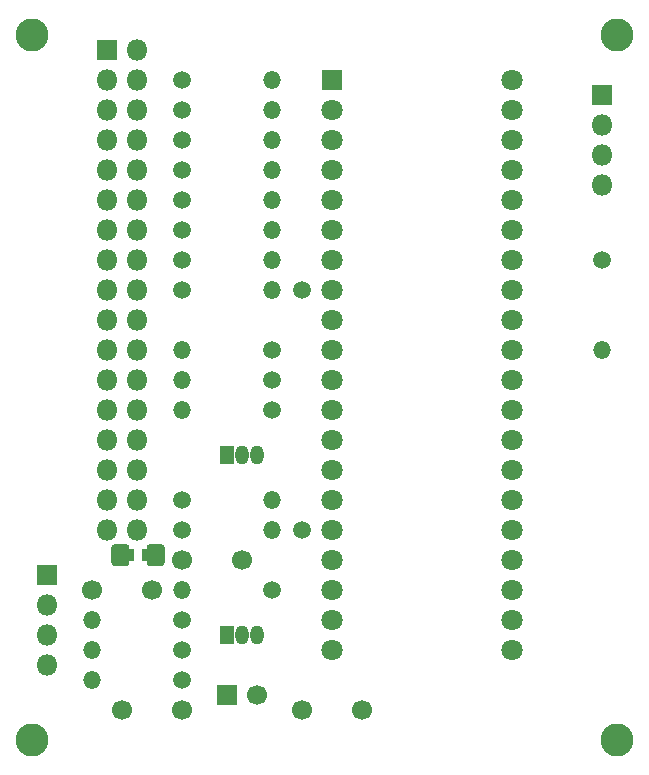
<source format=gbr>
%TF.GenerationSoftware,KiCad,Pcbnew,(5.1.6)-1*%
%TF.CreationDate,2021-11-05T07:23:51-03:00*%
%TF.ProjectId,PS2-MSX-F1,5053322d-4d53-4582-9d46-312e6b696361,rev?*%
%TF.SameCoordinates,Original*%
%TF.FileFunction,Soldermask,Bot*%
%TF.FilePolarity,Negative*%
%FSLAX46Y46*%
G04 Gerber Fmt 4.6, Leading zero omitted, Abs format (unit mm)*
G04 Created by KiCad (PCBNEW (5.1.6)-1) date 2021-11-05 07:23:51*
%MOMM*%
%LPD*%
G01*
G04 APERTURE LIST*
%ADD10C,1.700000*%
%ADD11R,1.700000X1.700000*%
%ADD12R,0.550000X1.050000*%
%ADD13O,1.500000X1.500000*%
%ADD14C,1.500000*%
%ADD15O,1.800000X1.800000*%
%ADD16R,1.800000X1.800000*%
%ADD17C,1.800000*%
%ADD18R,1.150000X1.600000*%
%ADD19O,1.150000X1.600000*%
%ADD20C,2.800000*%
G04 APERTURE END LIST*
D10*
%TO.C,C4*%
X146010000Y-130810000D03*
D11*
X143510000Y-130810000D03*
%TD*%
D12*
%TO.C,F1*%
X135399780Y-118968520D03*
X136545320Y-118968520D03*
G36*
G01*
X135248820Y-118308523D02*
X135248820Y-119623437D01*
G75*
G02*
X134981277Y-119890980I-267543J0D01*
G01*
X133991363Y-119890980D01*
G75*
G02*
X133723820Y-119623437I0J267543D01*
G01*
X133723820Y-118308523D01*
G75*
G02*
X133991363Y-118040980I267543J0D01*
G01*
X134981277Y-118040980D01*
G75*
G02*
X135248820Y-118308523I0J-267543D01*
G01*
G37*
G36*
G01*
X138223820Y-118308523D02*
X138223820Y-119623437D01*
G75*
G02*
X137956277Y-119890980I-267543J0D01*
G01*
X136966363Y-119890980D01*
G75*
G02*
X136698820Y-119623437I0J267543D01*
G01*
X136698820Y-118308523D01*
G75*
G02*
X136966363Y-118040980I267543J0D01*
G01*
X137956277Y-118040980D01*
G75*
G02*
X138223820Y-118308523I0J-267543D01*
G01*
G37*
%TD*%
D13*
%TO.C,R15*%
X139700000Y-121920000D03*
D14*
X147320000Y-121920000D03*
%TD*%
D13*
%TO.C,R14*%
X147320000Y-116840000D03*
D14*
X139700000Y-116840000D03*
%TD*%
D15*
%TO.C,J1*%
X135890000Y-116840000D03*
X133350000Y-116840000D03*
X135890000Y-114300000D03*
X133350000Y-114300000D03*
X135890000Y-111760000D03*
X133350000Y-111760000D03*
X135890000Y-109220000D03*
X133350000Y-109220000D03*
X135890000Y-106680000D03*
X133350000Y-106680000D03*
X135890000Y-104140000D03*
X133350000Y-104140000D03*
X135890000Y-101600000D03*
X133350000Y-101600000D03*
X135890000Y-99060000D03*
X133350000Y-99060000D03*
X135890000Y-96520000D03*
X133350000Y-96520000D03*
X135890000Y-93980000D03*
X133350000Y-93980000D03*
X135890000Y-91440000D03*
X133350000Y-91440000D03*
X135890000Y-88900000D03*
X133350000Y-88900000D03*
X135890000Y-86360000D03*
X133350000Y-86360000D03*
X135890000Y-83820000D03*
X133350000Y-83820000D03*
X135890000Y-81280000D03*
X133350000Y-81280000D03*
X135890000Y-78740000D03*
X133350000Y-78740000D03*
X135890000Y-76200000D03*
D16*
X133350000Y-76200000D03*
%TD*%
D17*
%TO.C,U1*%
X152400000Y-127000000D03*
X167640000Y-127000000D03*
X152400000Y-124460000D03*
X167640000Y-124460000D03*
X152400000Y-121920000D03*
X167640000Y-121920000D03*
X152400000Y-119380000D03*
X167640000Y-119380000D03*
X152400000Y-116840000D03*
X167640000Y-116840000D03*
X152400000Y-114300000D03*
X167640000Y-114300000D03*
X152400000Y-111760000D03*
X167640000Y-111760000D03*
X152400000Y-109220000D03*
X167640000Y-109220000D03*
X152400000Y-106680000D03*
X167640000Y-106680000D03*
X152400000Y-104140000D03*
X167640000Y-104140000D03*
X152400000Y-101600000D03*
X167640000Y-101600000D03*
X152400000Y-99060000D03*
X167640000Y-99060000D03*
X152400000Y-96520000D03*
X167640000Y-96520000D03*
X152400000Y-93980000D03*
X167640000Y-93980000D03*
X152400000Y-91440000D03*
X167640000Y-91440000D03*
X152400000Y-88900000D03*
X167640000Y-88900000D03*
X152400000Y-86360000D03*
X167640000Y-86360000D03*
X152400000Y-83820000D03*
X167640000Y-83820000D03*
X152400000Y-81280000D03*
X167640000Y-81280000D03*
D16*
X152400000Y-78740000D03*
D17*
X167640000Y-78740000D03*
%TD*%
D18*
%TO.C,Q2*%
X143510000Y-125730000D03*
D19*
X146050000Y-125730000D03*
X144780000Y-125730000D03*
%TD*%
D18*
%TO.C,Q1*%
X143510000Y-110490000D03*
D19*
X146050000Y-110490000D03*
X144780000Y-110490000D03*
%TD*%
D14*
%TO.C,JP1*%
X149860000Y-96520000D03*
X149860000Y-116840000D03*
%TD*%
D15*
%TO.C,J2*%
X175260000Y-87630000D03*
X175260000Y-85090000D03*
X175260000Y-82550000D03*
D16*
X175260000Y-80010000D03*
%TD*%
D10*
%TO.C,C1*%
X144780000Y-119380000D03*
X139700000Y-119380000D03*
%TD*%
%TO.C,C5*%
X149860000Y-132080000D03*
X154940000Y-132080000D03*
%TD*%
%TO.C,C3*%
X134620000Y-132080000D03*
X139700000Y-132080000D03*
%TD*%
%TO.C,C2*%
X137160000Y-121920000D03*
X132080000Y-121920000D03*
%TD*%
D13*
%TO.C,R8*%
X147320000Y-96520000D03*
D14*
X139700000Y-96520000D03*
%TD*%
D13*
%TO.C,R7*%
X147320000Y-93980000D03*
D14*
X139700000Y-93980000D03*
%TD*%
D13*
%TO.C,R6*%
X147320000Y-91440000D03*
D14*
X139700000Y-91440000D03*
%TD*%
D13*
%TO.C,R5*%
X147320000Y-88900000D03*
D14*
X139700000Y-88900000D03*
%TD*%
D13*
%TO.C,R4*%
X147320000Y-86360000D03*
D14*
X139700000Y-86360000D03*
%TD*%
D13*
%TO.C,R3*%
X147320000Y-83820000D03*
D14*
X139700000Y-83820000D03*
%TD*%
D13*
%TO.C,R2*%
X147320000Y-81280000D03*
D14*
X139700000Y-81280000D03*
%TD*%
D13*
%TO.C,R1*%
X147320000Y-78740000D03*
D14*
X139700000Y-78740000D03*
%TD*%
D13*
%TO.C,R13*%
X147320000Y-114300000D03*
D14*
X139700000Y-114300000D03*
%TD*%
D13*
%TO.C,R12*%
X139700000Y-106680000D03*
D14*
X147320000Y-106680000D03*
%TD*%
D13*
%TO.C,R9*%
X175260000Y-101600000D03*
D14*
X175260000Y-93980000D03*
%TD*%
D13*
%TO.C,R11*%
X139700000Y-104140000D03*
D14*
X147320000Y-104140000D03*
%TD*%
D13*
%TO.C,R16*%
X132080000Y-124460000D03*
D14*
X139700000Y-124460000D03*
%TD*%
D13*
%TO.C,R10*%
X139700000Y-101600000D03*
D14*
X147320000Y-101600000D03*
%TD*%
D13*
%TO.C,R17*%
X132080000Y-127000000D03*
D14*
X139700000Y-127000000D03*
%TD*%
D13*
%TO.C,R18*%
X132080000Y-129540000D03*
D14*
X139700000Y-129540000D03*
%TD*%
D15*
%TO.C,J3*%
X128270000Y-128270000D03*
X128270000Y-125730000D03*
X128270000Y-123190000D03*
D16*
X128270000Y-120650000D03*
%TD*%
D20*
%TO.C,REF\u002A\u002A*%
X127000000Y-134620000D03*
%TD*%
%TO.C,REF\u002A\u002A*%
X176530000Y-134620000D03*
%TD*%
%TO.C,REF\u002A\u002A*%
X176530000Y-74930000D03*
%TD*%
%TO.C,REF\u002A\u002A*%
X127000000Y-74930000D03*
%TD*%
M02*

</source>
